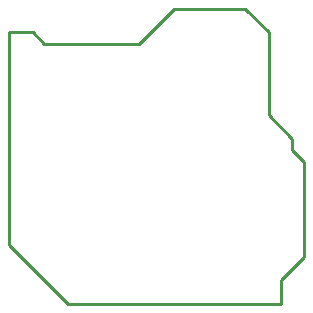
<source format=gbr>
G04 EAGLE Gerber RS-274X export*
G75*
%MOMM*%
%FSLAX34Y34*%
%LPD*%
%IN*%
%IPPOS*%
%AMOC8*
5,1,8,0,0,1.08239X$1,22.5*%
G01*
G04 Define Apertures*
%ADD10C,0.254000*%
D10*
X0Y50000D02*
X50000Y0D01*
X230000Y0D01*
X230000Y20000D01*
X250000Y40000D01*
X250000Y120000D01*
X240000Y130000D01*
X240000Y140000D01*
X220000Y160000D01*
X220000Y230000D01*
X200000Y250000D01*
X140000Y250000D01*
X110000Y220000D01*
X30000Y220000D01*
X20000Y230000D01*
X0Y230000D01*
X0Y50000D01*
M02*

</source>
